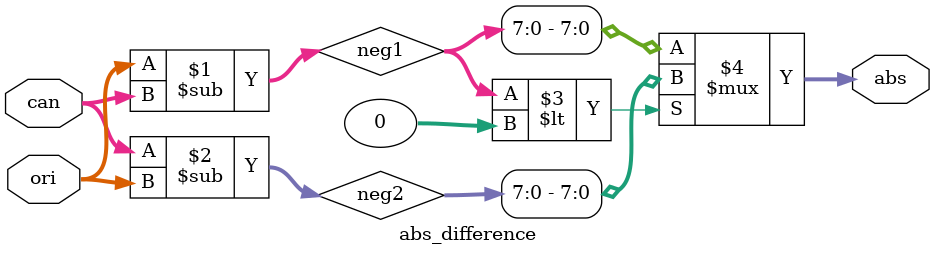
<source format=v>
module abs_difference

#(parameter WIDTH = 8)

(ori, can, abs);

	input [WIDTH-1:0] ori, can;
	wire signed[WIDTH:0] neg1, neg2;
	output  [WIDTH-1:0] abs;
	
	assign neg1 = ori - can;
	assign neg2 = can - ori;
	assign abs = (neg1 < 0)? neg2[7:0] : neg1[7:0];
	
endmodule	
</source>
